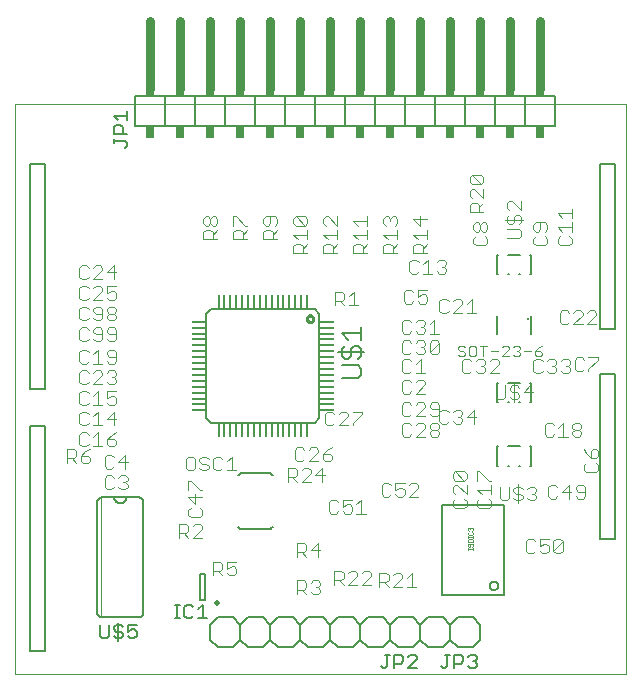
<source format=gto>
G75*
%MOIN*%
%OFA0B0*%
%FSLAX24Y24*%
%IPPOS*%
%LPD*%
%AMOC8*
5,1,8,0,0,1.08239X$1,22.5*
%
%ADD10C,0.0000*%
%ADD11C,0.0080*%
%ADD12C,0.0100*%
%ADD13C,0.0060*%
%ADD14R,0.0079X0.0472*%
%ADD15R,0.0472X0.0079*%
%ADD16C,0.0300*%
%ADD17C,0.0050*%
%ADD18R,0.0300X0.0200*%
%ADD19R,0.0300X0.0400*%
%ADD20C,0.0040*%
%ADD21C,0.0079*%
%ADD22C,0.0010*%
%ADD23C,0.0020*%
%ADD24C,0.0197*%
D10*
X000180Y000180D02*
X000180Y019176D01*
X020550Y019176D01*
X020550Y000180D01*
X000180Y000180D01*
D11*
X007589Y005064D02*
X007604Y005062D01*
X007619Y005058D01*
X007633Y005051D01*
X007645Y005041D01*
X007655Y005029D01*
X007662Y005015D01*
X007666Y005000D01*
X007668Y004985D01*
X008692Y004985D01*
X008694Y005000D01*
X008698Y005015D01*
X008705Y005029D01*
X008715Y005041D01*
X008727Y005051D01*
X008741Y005058D01*
X008756Y005062D01*
X008771Y005064D01*
X008771Y006796D02*
X008756Y006798D01*
X008741Y006802D01*
X008727Y006809D01*
X008715Y006819D01*
X008705Y006831D01*
X008698Y006845D01*
X008694Y006860D01*
X008692Y006875D01*
X007668Y006875D01*
X007666Y006860D01*
X007662Y006845D01*
X007655Y006831D01*
X007645Y006819D01*
X007633Y006809D01*
X007619Y006802D01*
X007604Y006798D01*
X007589Y006796D01*
X006698Y008540D02*
X006540Y008698D01*
X006540Y012162D01*
X006698Y012320D01*
X010162Y012320D01*
X010320Y012162D01*
X010320Y008698D01*
X010162Y008540D01*
X006698Y008540D01*
X014406Y005801D02*
X014406Y002809D01*
X014416Y002809D02*
X016454Y002809D01*
X016454Y005801D01*
X014406Y005801D01*
X015989Y003105D02*
X015991Y003128D01*
X015997Y003151D01*
X016006Y003172D01*
X016019Y003192D01*
X016035Y003209D01*
X016053Y003223D01*
X016073Y003234D01*
X016095Y003242D01*
X016118Y003246D01*
X016142Y003246D01*
X016165Y003242D01*
X016187Y003234D01*
X016207Y003223D01*
X016225Y003209D01*
X016241Y003192D01*
X016254Y003172D01*
X016263Y003151D01*
X016269Y003128D01*
X016271Y003105D01*
X016269Y003082D01*
X016263Y003059D01*
X016254Y003038D01*
X016241Y003018D01*
X016225Y003001D01*
X016207Y002987D01*
X016187Y002976D01*
X016165Y002968D01*
X016142Y002964D01*
X016118Y002964D01*
X016095Y002968D01*
X016073Y002976D01*
X016053Y002987D01*
X016035Y003001D01*
X016019Y003018D01*
X016006Y003038D01*
X015997Y003059D01*
X015991Y003082D01*
X015989Y003105D01*
D12*
X009894Y012005D02*
X009896Y012025D01*
X009901Y012045D01*
X009911Y012063D01*
X009923Y012080D01*
X009938Y012094D01*
X009956Y012104D01*
X009975Y012112D01*
X009995Y012116D01*
X010015Y012116D01*
X010035Y012112D01*
X010054Y012104D01*
X010072Y012094D01*
X010087Y012080D01*
X010099Y012063D01*
X010109Y012045D01*
X010114Y012025D01*
X010116Y012005D01*
X010114Y011985D01*
X010109Y011965D01*
X010099Y011947D01*
X010087Y011930D01*
X010072Y011916D01*
X010054Y011906D01*
X010035Y011898D01*
X010015Y011894D01*
X009995Y011894D01*
X009975Y011898D01*
X009956Y011906D01*
X009938Y011916D01*
X009923Y011930D01*
X009911Y011947D01*
X009901Y011965D01*
X009896Y011985D01*
X009894Y012005D01*
D13*
X010953Y010884D02*
X011807Y010884D01*
X011700Y010778D02*
X011700Y010991D01*
X011593Y011098D01*
X011486Y011098D01*
X011380Y010991D01*
X011380Y010778D01*
X011273Y010671D01*
X011166Y010671D01*
X011059Y010778D01*
X011059Y010991D01*
X011166Y011098D01*
X011273Y011315D02*
X011059Y011529D01*
X011700Y011529D01*
X011700Y011742D02*
X011700Y011315D01*
X011700Y010778D02*
X011593Y010671D01*
X011593Y010453D02*
X011059Y010453D01*
X011059Y010026D02*
X011593Y010026D01*
X011700Y010133D01*
X011700Y010347D01*
X011593Y010453D01*
X016245Y009874D02*
X016245Y009236D01*
X016282Y009236D01*
X016599Y009236D02*
X016636Y009236D01*
X016974Y009236D02*
X017011Y009236D01*
X017328Y009236D02*
X017365Y009236D01*
X017365Y009874D01*
X017328Y009874D01*
X017011Y009874D02*
X016599Y009874D01*
X016282Y009874D02*
X016245Y009874D01*
X016245Y011498D02*
X016245Y012112D01*
X017365Y012112D02*
X017365Y011498D01*
X017365Y013486D02*
X017328Y013486D01*
X017365Y013486D02*
X017365Y014124D01*
X017328Y014124D01*
X017011Y014124D02*
X016599Y014124D01*
X016282Y014124D02*
X016245Y014124D01*
X016245Y013486D01*
X016282Y013486D01*
X016599Y013486D02*
X016636Y013486D01*
X016974Y013486D02*
X017011Y013486D01*
X017180Y018430D02*
X016180Y018430D01*
X016180Y019430D01*
X017180Y019430D01*
X018180Y019430D01*
X018180Y018430D01*
X017180Y018430D01*
X017180Y019430D01*
X016180Y019430D02*
X015180Y019430D01*
X014180Y019430D01*
X013180Y019430D01*
X012180Y019430D01*
X011180Y019430D01*
X010180Y019430D01*
X009180Y019430D01*
X008180Y019430D01*
X007180Y019430D01*
X006180Y019430D01*
X005180Y019430D01*
X004180Y019430D01*
X004180Y018430D01*
X005180Y018430D01*
X006180Y018430D01*
X007180Y018430D01*
X008180Y018430D01*
X009180Y018430D01*
X010180Y018430D01*
X011180Y018430D01*
X012180Y018430D01*
X013180Y018430D01*
X014180Y018430D01*
X015180Y018430D01*
X016180Y018430D01*
X015180Y018430D02*
X015180Y019430D01*
X014180Y019430D02*
X014180Y018430D01*
X013180Y018430D02*
X013180Y019430D01*
X012180Y019430D02*
X012180Y018430D01*
X011180Y018430D02*
X011180Y019430D01*
X010180Y019430D02*
X010180Y018430D01*
X009180Y018430D02*
X009180Y019430D01*
X008180Y019430D02*
X008180Y018430D01*
X007180Y018430D02*
X007180Y019430D01*
X006180Y019430D02*
X006180Y018430D01*
X005180Y018430D02*
X005180Y019430D01*
X016245Y007749D02*
X016282Y007749D01*
X016245Y007749D02*
X016245Y007111D01*
X016282Y007111D01*
X016599Y007111D02*
X016636Y007111D01*
X016974Y007111D02*
X017011Y007111D01*
X017328Y007111D02*
X017365Y007111D01*
X017365Y007749D01*
X017328Y007749D01*
X017011Y007749D02*
X016599Y007749D01*
X015430Y002055D02*
X014930Y002055D01*
X014680Y001805D01*
X014430Y002055D01*
X013930Y002055D01*
X013680Y001805D01*
X013680Y001305D01*
X013930Y001055D01*
X014430Y001055D01*
X014680Y001305D01*
X014680Y001805D01*
X014680Y001305D02*
X014930Y001055D01*
X015430Y001055D01*
X015680Y001305D01*
X015680Y001805D01*
X015430Y002055D01*
X013680Y001805D02*
X013680Y001305D01*
X013430Y001055D01*
X012930Y001055D01*
X012680Y001305D01*
X012430Y001055D01*
X011930Y001055D01*
X011680Y001305D01*
X011680Y001805D01*
X011930Y002055D01*
X012430Y002055D01*
X012680Y001805D01*
X012930Y002055D01*
X013430Y002055D01*
X013680Y001805D01*
X012680Y001805D02*
X012680Y001305D01*
X011680Y001305D02*
X011430Y001055D01*
X010930Y001055D01*
X010680Y001305D01*
X010430Y001055D01*
X009930Y001055D01*
X009680Y001305D01*
X009430Y001055D01*
X008930Y001055D01*
X008680Y001305D01*
X008680Y001805D01*
X008930Y002055D01*
X009430Y002055D01*
X009680Y001805D01*
X009930Y002055D01*
X010430Y002055D01*
X010680Y001805D01*
X010930Y002055D01*
X011430Y002055D01*
X011680Y001805D01*
X010680Y001805D02*
X010680Y001305D01*
X009680Y001305D02*
X009680Y001805D01*
X008680Y001805D02*
X008430Y002055D01*
X007930Y002055D01*
X007680Y001805D01*
X007430Y002055D01*
X006930Y002055D01*
X006680Y001805D01*
X006680Y001305D01*
X006930Y001055D01*
X007430Y001055D01*
X007680Y001305D01*
X007680Y001805D01*
X007680Y001305D02*
X007930Y001055D01*
X008430Y001055D01*
X008680Y001305D01*
X004450Y002205D02*
X004450Y005905D01*
X004448Y005928D01*
X004443Y005951D01*
X004434Y005973D01*
X004421Y005993D01*
X004406Y006011D01*
X004388Y006026D01*
X004368Y006039D01*
X004346Y006048D01*
X004323Y006053D01*
X004300Y006055D01*
X003880Y006055D01*
X003480Y006055D01*
X003060Y006055D01*
X003037Y006053D01*
X003014Y006048D01*
X002992Y006039D01*
X002972Y006026D01*
X002954Y006011D01*
X002939Y005993D01*
X002926Y005973D01*
X002917Y005951D01*
X002912Y005928D01*
X002910Y005905D01*
X002910Y002205D01*
X002912Y002182D01*
X002917Y002159D01*
X002926Y002137D01*
X002939Y002117D01*
X002954Y002099D01*
X002972Y002084D01*
X002992Y002071D01*
X003014Y002062D01*
X003037Y002057D01*
X003060Y002055D01*
X004300Y002055D01*
X004323Y002057D01*
X004346Y002062D01*
X004368Y002071D01*
X004388Y002084D01*
X004406Y002099D01*
X004421Y002117D01*
X004434Y002137D01*
X004443Y002159D01*
X004448Y002182D01*
X004450Y002205D01*
X003880Y006055D02*
X003878Y006028D01*
X003873Y006001D01*
X003863Y005975D01*
X003851Y005951D01*
X003835Y005929D01*
X003817Y005909D01*
X003795Y005892D01*
X003772Y005877D01*
X003747Y005867D01*
X003721Y005859D01*
X003694Y005855D01*
X003666Y005855D01*
X003639Y005859D01*
X003613Y005867D01*
X003588Y005877D01*
X003565Y005892D01*
X003543Y005909D01*
X003525Y005929D01*
X003509Y005951D01*
X003497Y005975D01*
X003487Y006001D01*
X003482Y006028D01*
X003480Y006055D01*
D14*
X006954Y008304D03*
X007150Y008304D03*
X007347Y008304D03*
X007544Y008304D03*
X007741Y008304D03*
X007938Y008304D03*
X008135Y008304D03*
X008332Y008304D03*
X008528Y008304D03*
X008725Y008304D03*
X008922Y008304D03*
X009119Y008304D03*
X009316Y008304D03*
X009513Y008304D03*
X009710Y008304D03*
X009906Y008304D03*
X009906Y012556D03*
X009710Y012556D03*
X009513Y012556D03*
X009316Y012556D03*
X009119Y012556D03*
X008922Y012556D03*
X008725Y012556D03*
X008528Y012556D03*
X008332Y012556D03*
X008135Y012556D03*
X007938Y012556D03*
X007741Y012556D03*
X007544Y012556D03*
X007347Y012556D03*
X007150Y012556D03*
X006954Y012556D03*
D15*
X006304Y011906D03*
X006304Y011710D03*
X006304Y011513D03*
X006304Y011316D03*
X006304Y011119D03*
X006304Y010922D03*
X006304Y010725D03*
X006304Y010528D03*
X006304Y010332D03*
X006304Y010135D03*
X006304Y009938D03*
X006304Y009741D03*
X006304Y009544D03*
X006304Y009347D03*
X006304Y009150D03*
X006304Y008954D03*
X010556Y008954D03*
X010556Y009150D03*
X010556Y009347D03*
X010556Y009544D03*
X010556Y009741D03*
X010556Y009938D03*
X010556Y010135D03*
X010556Y010332D03*
X010556Y010528D03*
X010556Y010725D03*
X010556Y010922D03*
X010556Y011119D03*
X010556Y011316D03*
X010556Y011513D03*
X010556Y011710D03*
X010556Y011906D03*
D16*
X010680Y019680D02*
X010680Y021930D01*
X011680Y021930D02*
X011680Y019680D01*
X012680Y019680D02*
X012680Y021930D01*
X013680Y021930D02*
X013680Y019680D01*
X014680Y019680D02*
X014680Y021930D01*
X015680Y021930D02*
X015680Y019680D01*
X016680Y019680D02*
X016680Y021930D01*
X017680Y021930D02*
X017680Y019680D01*
X009680Y019680D02*
X009680Y021930D01*
X008680Y021930D02*
X008680Y019680D01*
X007680Y019680D02*
X007680Y021930D01*
X006680Y021930D02*
X006680Y019680D01*
X005680Y019680D02*
X005680Y021930D01*
X004680Y021930D02*
X004680Y019680D01*
D17*
X003905Y018926D02*
X003905Y018626D01*
X003905Y018776D02*
X003455Y018776D01*
X003605Y018626D01*
X003680Y018466D02*
X003755Y018391D01*
X003755Y018165D01*
X003905Y018165D02*
X003455Y018165D01*
X003455Y018391D01*
X003530Y018466D01*
X003680Y018466D01*
X003455Y018005D02*
X003455Y017855D01*
X003455Y017930D02*
X003830Y017930D01*
X003905Y017855D01*
X003905Y017780D01*
X003830Y017705D01*
X001180Y017180D02*
X001180Y009680D01*
X000680Y009680D01*
X000680Y017180D01*
X001180Y017180D01*
X001180Y008430D02*
X000680Y008430D01*
X000680Y000930D01*
X001180Y000930D01*
X001180Y008430D01*
X006351Y003488D02*
X006509Y003488D01*
X006509Y002622D01*
X006351Y002622D01*
X006351Y003488D01*
X006429Y002472D02*
X006429Y002022D01*
X006579Y002022D02*
X006278Y002022D01*
X006118Y002097D02*
X006043Y002022D01*
X005893Y002022D01*
X005818Y002097D01*
X005818Y002397D01*
X005893Y002472D01*
X006043Y002472D01*
X006118Y002397D01*
X006278Y002322D02*
X006429Y002472D01*
X005661Y002472D02*
X005511Y002472D01*
X005586Y002472D02*
X005586Y002022D01*
X005511Y002022D02*
X005661Y002022D01*
X004226Y001805D02*
X003926Y001805D01*
X003926Y001580D01*
X004076Y001655D01*
X004151Y001655D01*
X004226Y001580D01*
X004226Y001430D01*
X004151Y001355D01*
X004001Y001355D01*
X003926Y001430D01*
X003766Y001430D02*
X003766Y001505D01*
X003691Y001580D01*
X003540Y001580D01*
X003465Y001655D01*
X003465Y001730D01*
X003540Y001805D01*
X003691Y001805D01*
X003766Y001730D01*
X003616Y001880D02*
X003616Y001280D01*
X003540Y001355D02*
X003691Y001355D01*
X003766Y001430D01*
X003540Y001355D02*
X003465Y001430D01*
X003305Y001430D02*
X003305Y001805D01*
X003005Y001805D02*
X003005Y001430D01*
X003080Y001355D01*
X003230Y001355D01*
X003305Y001430D01*
X012354Y000435D02*
X012429Y000360D01*
X012504Y000360D01*
X012579Y000435D01*
X012579Y000810D01*
X012504Y000810D02*
X012654Y000810D01*
X012814Y000810D02*
X013039Y000810D01*
X013114Y000735D01*
X013114Y000585D01*
X013039Y000510D01*
X012814Y000510D01*
X012814Y000360D02*
X012814Y000810D01*
X013275Y000735D02*
X013350Y000810D01*
X013500Y000810D01*
X013575Y000735D01*
X013575Y000660D01*
X013275Y000360D01*
X013575Y000360D01*
X014354Y000435D02*
X014429Y000360D01*
X014504Y000360D01*
X014579Y000435D01*
X014579Y000810D01*
X014504Y000810D02*
X014654Y000810D01*
X014814Y000810D02*
X015039Y000810D01*
X015114Y000735D01*
X015114Y000585D01*
X015039Y000510D01*
X014814Y000510D01*
X014814Y000360D02*
X014814Y000810D01*
X015275Y000735D02*
X015350Y000810D01*
X015500Y000810D01*
X015575Y000735D01*
X015575Y000660D01*
X015500Y000585D01*
X015575Y000510D01*
X015575Y000435D01*
X015500Y000360D01*
X015350Y000360D01*
X015275Y000435D01*
X015425Y000585D02*
X015500Y000585D01*
X014416Y002799D02*
X014416Y002809D01*
X019680Y004680D02*
X019680Y010180D01*
X020180Y010180D01*
X020180Y004680D01*
X019680Y004680D01*
X019680Y011680D02*
X019680Y017180D01*
X020180Y017180D01*
X020180Y011680D01*
X019680Y011680D01*
D18*
X017680Y019530D03*
X016680Y019530D03*
X015680Y019530D03*
X014680Y019530D03*
X013680Y019530D03*
X012680Y019530D03*
X011680Y019530D03*
X010680Y019530D03*
X009680Y019530D03*
X008680Y019530D03*
X007680Y019530D03*
X006680Y019530D03*
X005680Y019530D03*
X004680Y019530D03*
D19*
X004680Y018230D03*
X005680Y018230D03*
X006680Y018230D03*
X007680Y018230D03*
X008680Y018230D03*
X009680Y018230D03*
X010680Y018230D03*
X011680Y018230D03*
X012680Y018230D03*
X013680Y018230D03*
X014680Y018230D03*
X015680Y018230D03*
X016680Y018230D03*
X017680Y018230D03*
D20*
X015785Y016726D02*
X015785Y016573D01*
X015708Y016496D01*
X015401Y016803D01*
X015708Y016803D01*
X015785Y016726D01*
X015708Y016496D02*
X015401Y016496D01*
X015325Y016573D01*
X015325Y016726D01*
X015401Y016803D01*
X015401Y016342D02*
X015325Y016266D01*
X015325Y016112D01*
X015401Y016035D01*
X015401Y015882D02*
X015555Y015882D01*
X015632Y015805D01*
X015632Y015575D01*
X015785Y015575D02*
X015325Y015575D01*
X015325Y015805D01*
X015401Y015882D01*
X015632Y015728D02*
X015785Y015882D01*
X015785Y016035D02*
X015478Y016342D01*
X015401Y016342D01*
X015785Y016342D02*
X015785Y016035D01*
X016575Y015851D02*
X016575Y015698D01*
X016651Y015621D01*
X016651Y015467D02*
X016575Y015391D01*
X016575Y015237D01*
X016651Y015160D01*
X016728Y015160D01*
X016805Y015237D01*
X016805Y015391D01*
X016882Y015467D01*
X016958Y015467D01*
X017035Y015391D01*
X017035Y015237D01*
X016958Y015160D01*
X016958Y015007D02*
X016575Y015007D01*
X016575Y014700D02*
X016958Y014700D01*
X017035Y014777D01*
X017035Y014930D01*
X016958Y015007D01*
X017112Y015314D02*
X016498Y015314D01*
X016575Y015851D02*
X016651Y015928D01*
X016728Y015928D01*
X017035Y015621D01*
X017035Y015928D01*
X017526Y015217D02*
X017450Y015141D01*
X017450Y014987D01*
X017526Y014910D01*
X017603Y014910D01*
X017680Y014987D01*
X017680Y015217D01*
X017833Y015217D02*
X017526Y015217D01*
X017833Y015217D02*
X017910Y015141D01*
X017910Y014987D01*
X017833Y014910D01*
X017833Y014757D02*
X017910Y014680D01*
X017910Y014527D01*
X017833Y014450D01*
X017526Y014450D01*
X017450Y014527D01*
X017450Y014680D01*
X017526Y014757D01*
X018262Y014680D02*
X018262Y014527D01*
X018339Y014450D01*
X018646Y014450D01*
X018723Y014527D01*
X018723Y014680D01*
X018646Y014757D01*
X018723Y014910D02*
X018723Y015217D01*
X018723Y015064D02*
X018262Y015064D01*
X018416Y014910D01*
X018339Y014757D02*
X018262Y014680D01*
X018416Y015371D02*
X018262Y015524D01*
X018723Y015524D01*
X018723Y015371D02*
X018723Y015678D01*
X015910Y015141D02*
X015910Y014987D01*
X015833Y014910D01*
X015757Y014910D01*
X015680Y014987D01*
X015680Y015141D01*
X015757Y015217D01*
X015833Y015217D01*
X015910Y015141D01*
X015680Y015141D02*
X015603Y015217D01*
X015526Y015217D01*
X015450Y015141D01*
X015450Y014987D01*
X015526Y014910D01*
X015603Y014910D01*
X015680Y014987D01*
X015833Y014757D02*
X015910Y014680D01*
X015910Y014527D01*
X015833Y014450D01*
X015526Y014450D01*
X015450Y014527D01*
X015450Y014680D01*
X015526Y014757D01*
X014547Y013896D02*
X014547Y013819D01*
X014470Y013743D01*
X014547Y013666D01*
X014547Y013589D01*
X014470Y013513D01*
X014316Y013513D01*
X014240Y013589D01*
X014086Y013513D02*
X013779Y013513D01*
X013933Y013513D02*
X013933Y013973D01*
X013779Y013819D01*
X013626Y013896D02*
X013549Y013973D01*
X013396Y013973D01*
X013319Y013896D01*
X013319Y013589D01*
X013396Y013513D01*
X013549Y013513D01*
X013626Y013589D01*
X013757Y014194D02*
X013757Y014424D01*
X013680Y014501D01*
X013526Y014501D01*
X013450Y014424D01*
X013450Y014194D01*
X013910Y014194D01*
X013757Y014347D02*
X013910Y014501D01*
X013910Y014654D02*
X013910Y014961D01*
X013910Y014808D02*
X013450Y014808D01*
X013603Y014654D01*
X013680Y015115D02*
X013680Y015422D01*
X013910Y015345D02*
X013450Y015345D01*
X013680Y015115D01*
X012910Y015191D02*
X012833Y015115D01*
X012910Y015191D02*
X012910Y015345D01*
X012833Y015422D01*
X012757Y015422D01*
X012680Y015345D01*
X012680Y015268D01*
X012680Y015345D02*
X012603Y015422D01*
X012526Y015422D01*
X012450Y015345D01*
X012450Y015191D01*
X012526Y015115D01*
X012910Y014961D02*
X012910Y014654D01*
X012910Y014501D02*
X012757Y014347D01*
X012757Y014424D02*
X012680Y014501D01*
X012526Y014501D01*
X012450Y014424D01*
X012450Y014194D01*
X012910Y014194D01*
X012757Y014194D02*
X012757Y014424D01*
X012603Y014654D02*
X012450Y014808D01*
X012910Y014808D01*
X011910Y014808D02*
X011450Y014808D01*
X011603Y014654D01*
X011526Y014501D02*
X011450Y014424D01*
X011450Y014194D01*
X011910Y014194D01*
X011757Y014194D02*
X011757Y014424D01*
X011680Y014501D01*
X011526Y014501D01*
X011757Y014347D02*
X011910Y014501D01*
X011910Y014654D02*
X011910Y014961D01*
X011910Y015115D02*
X011910Y015422D01*
X011910Y015268D02*
X011450Y015268D01*
X011603Y015115D01*
X010910Y015115D02*
X010603Y015422D01*
X010526Y015422D01*
X010450Y015345D01*
X010450Y015191D01*
X010526Y015115D01*
X010450Y014808D02*
X010910Y014808D01*
X010910Y014961D02*
X010910Y014654D01*
X010910Y014501D02*
X010757Y014347D01*
X010757Y014424D02*
X010757Y014194D01*
X010910Y014194D02*
X010450Y014194D01*
X010450Y014424D01*
X010526Y014501D01*
X010680Y014501D01*
X010757Y014424D01*
X010603Y014654D02*
X010450Y014808D01*
X010910Y015115D02*
X010910Y015422D01*
X009910Y015345D02*
X009910Y015191D01*
X009833Y015115D01*
X009526Y015422D01*
X009833Y015422D01*
X009910Y015345D01*
X009833Y015115D02*
X009526Y015115D01*
X009450Y015191D01*
X009450Y015345D01*
X009526Y015422D01*
X009910Y014961D02*
X009910Y014654D01*
X009910Y014501D02*
X009757Y014347D01*
X009757Y014424D02*
X009757Y014194D01*
X009910Y014194D02*
X009450Y014194D01*
X009450Y014424D01*
X009526Y014501D01*
X009680Y014501D01*
X009757Y014424D01*
X009603Y014654D02*
X009450Y014808D01*
X009910Y014808D01*
X008910Y014961D02*
X008757Y014808D01*
X008757Y014884D02*
X008757Y014654D01*
X008910Y014654D02*
X008450Y014654D01*
X008450Y014884D01*
X008526Y014961D01*
X008680Y014961D01*
X008757Y014884D01*
X008833Y015115D02*
X008910Y015191D01*
X008910Y015345D01*
X008833Y015422D01*
X008526Y015422D01*
X008450Y015345D01*
X008450Y015191D01*
X008526Y015115D01*
X008603Y015115D01*
X008680Y015191D01*
X008680Y015422D01*
X007910Y015115D02*
X007833Y015115D01*
X007526Y015422D01*
X007450Y015422D01*
X007450Y015115D01*
X007526Y014961D02*
X007450Y014884D01*
X007450Y014654D01*
X007910Y014654D01*
X007757Y014654D02*
X007757Y014884D01*
X007680Y014961D01*
X007526Y014961D01*
X007757Y014808D02*
X007910Y014961D01*
X006910Y014961D02*
X006757Y014808D01*
X006757Y014884D02*
X006757Y014654D01*
X006910Y014654D02*
X006450Y014654D01*
X006450Y014884D01*
X006526Y014961D01*
X006680Y014961D01*
X006757Y014884D01*
X006757Y015115D02*
X006680Y015191D01*
X006680Y015345D01*
X006757Y015422D01*
X006833Y015422D01*
X006910Y015345D01*
X006910Y015191D01*
X006833Y015115D01*
X006757Y015115D01*
X006680Y015191D02*
X006603Y015115D01*
X006526Y015115D01*
X006450Y015191D01*
X006450Y015345D01*
X006526Y015422D01*
X006603Y015422D01*
X006680Y015345D01*
X003547Y013555D02*
X003240Y013555D01*
X003470Y013785D01*
X003470Y013325D01*
X003547Y013098D02*
X003240Y013098D01*
X003240Y012868D01*
X003393Y012944D01*
X003470Y012944D01*
X003547Y012868D01*
X003547Y012714D01*
X003470Y012638D01*
X003316Y012638D01*
X003240Y012714D01*
X003086Y012638D02*
X002779Y012638D01*
X003086Y012944D01*
X003086Y013021D01*
X003009Y013098D01*
X002856Y013098D01*
X002779Y013021D01*
X002626Y013021D02*
X002549Y013098D01*
X002396Y013098D01*
X002319Y013021D01*
X002319Y012714D01*
X002396Y012638D01*
X002549Y012638D01*
X002626Y012714D01*
X002549Y012410D02*
X002396Y012410D01*
X002319Y012334D01*
X002319Y012027D01*
X002396Y011950D01*
X002549Y011950D01*
X002626Y012027D01*
X002779Y012027D02*
X002856Y011950D01*
X003009Y011950D01*
X003086Y012027D01*
X003086Y012334D01*
X003009Y012410D01*
X002856Y012410D01*
X002779Y012334D01*
X002779Y012257D01*
X002856Y012180D01*
X003086Y012180D01*
X003240Y012103D02*
X003316Y012180D01*
X003470Y012180D01*
X003547Y012103D01*
X003547Y012027D01*
X003470Y011950D01*
X003316Y011950D01*
X003240Y012027D01*
X003240Y012103D01*
X003316Y012180D02*
X003240Y012257D01*
X003240Y012334D01*
X003316Y012410D01*
X003470Y012410D01*
X003547Y012334D01*
X003547Y012257D01*
X003470Y012180D01*
X003470Y011723D02*
X003316Y011723D01*
X003240Y011646D01*
X003240Y011569D01*
X003316Y011493D01*
X003547Y011493D01*
X003547Y011646D02*
X003547Y011339D01*
X003470Y011263D01*
X003316Y011263D01*
X003240Y011339D01*
X003086Y011339D02*
X003009Y011263D01*
X002856Y011263D01*
X002779Y011339D01*
X002626Y011339D02*
X002549Y011263D01*
X002396Y011263D01*
X002319Y011339D01*
X002319Y011646D01*
X002396Y011723D01*
X002549Y011723D01*
X002626Y011646D01*
X002779Y011646D02*
X002779Y011569D01*
X002856Y011493D01*
X003086Y011493D01*
X003086Y011646D02*
X003086Y011339D01*
X003086Y011646D02*
X003009Y011723D01*
X002856Y011723D01*
X002779Y011646D01*
X002933Y010973D02*
X002933Y010513D01*
X003086Y010513D02*
X002779Y010513D01*
X002626Y010589D02*
X002549Y010513D01*
X002396Y010513D01*
X002319Y010589D01*
X002319Y010896D01*
X002396Y010973D01*
X002549Y010973D01*
X002626Y010896D01*
X002779Y010819D02*
X002933Y010973D01*
X003240Y010896D02*
X003240Y010819D01*
X003316Y010743D01*
X003547Y010743D01*
X003547Y010896D02*
X003470Y010973D01*
X003316Y010973D01*
X003240Y010896D01*
X003547Y010896D02*
X003547Y010589D01*
X003470Y010513D01*
X003316Y010513D01*
X003240Y010589D01*
X003316Y010285D02*
X003470Y010285D01*
X003547Y010209D01*
X003547Y010132D01*
X003470Y010055D01*
X003547Y009978D01*
X003547Y009902D01*
X003470Y009825D01*
X003316Y009825D01*
X003240Y009902D01*
X003086Y009825D02*
X002779Y009825D01*
X003086Y010132D01*
X003086Y010209D01*
X003009Y010285D01*
X002856Y010285D01*
X002779Y010209D01*
X002626Y010209D02*
X002549Y010285D01*
X002396Y010285D01*
X002319Y010209D01*
X002319Y009902D01*
X002396Y009825D01*
X002549Y009825D01*
X002626Y009902D01*
X002549Y009598D02*
X002396Y009598D01*
X002319Y009521D01*
X002319Y009214D01*
X002396Y009138D01*
X002549Y009138D01*
X002626Y009214D01*
X002779Y009138D02*
X003086Y009138D01*
X002933Y009138D02*
X002933Y009598D01*
X002779Y009444D01*
X002626Y009521D02*
X002549Y009598D01*
X002549Y008910D02*
X002396Y008910D01*
X002319Y008834D01*
X002319Y008527D01*
X002396Y008450D01*
X002549Y008450D01*
X002626Y008527D01*
X002779Y008450D02*
X003086Y008450D01*
X002933Y008450D02*
X002933Y008910D01*
X002779Y008757D01*
X002626Y008834D02*
X002549Y008910D01*
X002549Y008223D02*
X002396Y008223D01*
X002319Y008146D01*
X002319Y007839D01*
X002396Y007763D01*
X002549Y007763D01*
X002626Y007839D01*
X002779Y007763D02*
X003086Y007763D01*
X002933Y007763D02*
X002933Y008223D01*
X002779Y008069D01*
X002626Y008146D02*
X002549Y008223D01*
X002672Y007660D02*
X002518Y007584D01*
X002365Y007430D01*
X002595Y007430D01*
X002672Y007353D01*
X002672Y007277D01*
X002595Y007200D01*
X002441Y007200D01*
X002365Y007277D01*
X002365Y007430D01*
X002211Y007430D02*
X002211Y007584D01*
X002134Y007660D01*
X001904Y007660D01*
X001904Y007200D01*
X001904Y007353D02*
X002134Y007353D01*
X002211Y007430D01*
X002058Y007353D02*
X002211Y007200D01*
X003154Y007089D02*
X003231Y007013D01*
X003384Y007013D01*
X003461Y007089D01*
X003615Y007243D02*
X003922Y007243D01*
X003845Y007013D02*
X003845Y007473D01*
X003615Y007243D01*
X003461Y007396D02*
X003384Y007473D01*
X003231Y007473D01*
X003154Y007396D01*
X003154Y007089D01*
X003231Y006785D02*
X003154Y006709D01*
X003154Y006402D01*
X003231Y006325D01*
X003384Y006325D01*
X003461Y006402D01*
X003615Y006402D02*
X003691Y006325D01*
X003845Y006325D01*
X003922Y006402D01*
X003922Y006478D01*
X003845Y006555D01*
X003768Y006555D01*
X003845Y006555D02*
X003922Y006632D01*
X003922Y006709D01*
X003845Y006785D01*
X003691Y006785D01*
X003615Y006709D01*
X003461Y006709D02*
X003384Y006785D01*
X003231Y006785D01*
X003316Y007763D02*
X003470Y007763D01*
X003547Y007839D01*
X003547Y007916D01*
X003470Y007993D01*
X003240Y007993D01*
X003240Y007839D01*
X003316Y007763D01*
X003240Y007993D02*
X003393Y008146D01*
X003547Y008223D01*
X003470Y008450D02*
X003470Y008910D01*
X003240Y008680D01*
X003547Y008680D01*
X003470Y009138D02*
X003316Y009138D01*
X003240Y009214D01*
X003240Y009368D02*
X003393Y009444D01*
X003470Y009444D01*
X003547Y009368D01*
X003547Y009214D01*
X003470Y009138D01*
X003240Y009368D02*
X003240Y009598D01*
X003547Y009598D01*
X003470Y010055D02*
X003393Y010055D01*
X003240Y010209D02*
X003316Y010285D01*
X003547Y011646D02*
X003470Y011723D01*
X002626Y012334D02*
X002549Y012410D01*
X002549Y013325D02*
X002396Y013325D01*
X002319Y013402D01*
X002319Y013709D01*
X002396Y013785D01*
X002549Y013785D01*
X002626Y013709D01*
X002779Y013709D02*
X002856Y013785D01*
X003009Y013785D01*
X003086Y013709D01*
X003086Y013632D01*
X002779Y013325D01*
X003086Y013325D01*
X002626Y013402D02*
X002549Y013325D01*
X005935Y007410D02*
X005858Y007334D01*
X005858Y007027D01*
X005935Y006950D01*
X006089Y006950D01*
X006165Y007027D01*
X006165Y007334D01*
X006089Y007410D01*
X005935Y007410D01*
X006319Y007334D02*
X006319Y007257D01*
X006396Y007180D01*
X006549Y007180D01*
X006626Y007103D01*
X006626Y007027D01*
X006549Y006950D01*
X006396Y006950D01*
X006319Y007027D01*
X006319Y007334D02*
X006396Y007410D01*
X006549Y007410D01*
X006626Y007334D01*
X006779Y007334D02*
X006779Y007027D01*
X006856Y006950D01*
X007009Y006950D01*
X007086Y007027D01*
X007240Y006950D02*
X007547Y006950D01*
X007393Y006950D02*
X007393Y007410D01*
X007240Y007257D01*
X007086Y007334D02*
X007009Y007410D01*
X006856Y007410D01*
X006779Y007334D01*
X006026Y006615D02*
X006333Y006308D01*
X006410Y006308D01*
X006410Y006078D02*
X005950Y006078D01*
X006180Y005848D01*
X006180Y006155D01*
X005950Y006308D02*
X005950Y006615D01*
X006026Y006615D01*
X006026Y005694D02*
X005950Y005618D01*
X005950Y005464D01*
X006026Y005388D01*
X006333Y005388D01*
X006410Y005464D01*
X006410Y005618D01*
X006333Y005694D01*
X006328Y005160D02*
X006175Y005160D01*
X006098Y005084D01*
X005944Y005084D02*
X005868Y005160D01*
X005638Y005160D01*
X005638Y004700D01*
X005638Y004853D02*
X005868Y004853D01*
X005944Y004930D01*
X005944Y005084D01*
X005791Y004853D02*
X005944Y004700D01*
X006098Y004700D02*
X006405Y005007D01*
X006405Y005084D01*
X006328Y005160D01*
X006405Y004700D02*
X006098Y004700D01*
X006779Y003910D02*
X007009Y003910D01*
X007086Y003834D01*
X007086Y003680D01*
X007009Y003603D01*
X006779Y003603D01*
X006779Y003450D02*
X006779Y003910D01*
X006933Y003603D02*
X007086Y003450D01*
X007240Y003527D02*
X007316Y003450D01*
X007470Y003450D01*
X007547Y003527D01*
X007547Y003680D01*
X007470Y003757D01*
X007393Y003757D01*
X007240Y003680D01*
X007240Y003910D01*
X007547Y003910D01*
X009575Y004075D02*
X009575Y004535D01*
X009805Y004535D01*
X009882Y004459D01*
X009882Y004305D01*
X009805Y004228D01*
X009575Y004228D01*
X009728Y004228D02*
X009882Y004075D01*
X010035Y004305D02*
X010342Y004305D01*
X010266Y004075D02*
X010266Y004535D01*
X010035Y004305D01*
X010819Y003598D02*
X011049Y003598D01*
X011126Y003521D01*
X011126Y003368D01*
X011049Y003291D01*
X010819Y003291D01*
X010972Y003291D02*
X011126Y003138D01*
X011279Y003138D02*
X011586Y003444D01*
X011586Y003521D01*
X011509Y003598D01*
X011356Y003598D01*
X011279Y003521D01*
X011279Y003138D02*
X011586Y003138D01*
X011740Y003138D02*
X012047Y003444D01*
X012047Y003521D01*
X011970Y003598D01*
X011816Y003598D01*
X011740Y003521D01*
X011740Y003138D02*
X012047Y003138D01*
X012319Y003075D02*
X012319Y003535D01*
X012549Y003535D01*
X012626Y003459D01*
X012626Y003305D01*
X012549Y003228D01*
X012319Y003228D01*
X012472Y003228D02*
X012626Y003075D01*
X012779Y003075D02*
X013086Y003382D01*
X013086Y003459D01*
X013009Y003535D01*
X012856Y003535D01*
X012779Y003459D01*
X012779Y003075D02*
X013086Y003075D01*
X013240Y003075D02*
X013547Y003075D01*
X013393Y003075D02*
X013393Y003535D01*
X013240Y003382D01*
X011859Y005513D02*
X011552Y005513D01*
X011706Y005513D02*
X011706Y005973D01*
X011552Y005819D01*
X011399Y005743D02*
X011399Y005589D01*
X011322Y005513D01*
X011168Y005513D01*
X011092Y005589D01*
X011092Y005743D02*
X011245Y005819D01*
X011322Y005819D01*
X011399Y005743D01*
X011399Y005973D02*
X011092Y005973D01*
X011092Y005743D01*
X010938Y005896D02*
X010862Y005973D01*
X010708Y005973D01*
X010631Y005896D01*
X010631Y005589D01*
X010708Y005513D01*
X010862Y005513D01*
X010938Y005589D01*
X010413Y006575D02*
X010413Y007035D01*
X010183Y006805D01*
X010490Y006805D01*
X010504Y007263D02*
X010657Y007263D01*
X010734Y007339D01*
X010734Y007416D01*
X010657Y007493D01*
X010427Y007493D01*
X010427Y007339D01*
X010504Y007263D01*
X010274Y007263D02*
X009967Y007263D01*
X010274Y007569D01*
X010274Y007646D01*
X010197Y007723D01*
X010043Y007723D01*
X009967Y007646D01*
X009813Y007646D02*
X009737Y007723D01*
X009583Y007723D01*
X009506Y007646D01*
X009506Y007339D01*
X009583Y007263D01*
X009737Y007263D01*
X009813Y007339D01*
X009800Y007035D02*
X009723Y006959D01*
X009800Y007035D02*
X009953Y007035D01*
X010030Y006959D01*
X010030Y006882D01*
X009723Y006575D01*
X010030Y006575D01*
X009569Y006575D02*
X009416Y006728D01*
X009493Y006728D02*
X009263Y006728D01*
X009263Y006575D02*
X009263Y007035D01*
X009493Y007035D01*
X009569Y006959D01*
X009569Y006805D01*
X009493Y006728D01*
X010427Y007493D02*
X010581Y007646D01*
X010734Y007723D01*
X010737Y008450D02*
X010583Y008450D01*
X010506Y008527D01*
X010506Y008834D01*
X010583Y008910D01*
X010737Y008910D01*
X010813Y008834D01*
X010967Y008834D02*
X011043Y008910D01*
X011197Y008910D01*
X011274Y008834D01*
X011274Y008757D01*
X010967Y008450D01*
X011274Y008450D01*
X011427Y008450D02*
X011427Y008527D01*
X011734Y008834D01*
X011734Y008910D01*
X011427Y008910D01*
X010813Y008527D02*
X010737Y008450D01*
X012464Y006535D02*
X012388Y006459D01*
X012388Y006152D01*
X012464Y006075D01*
X012618Y006075D01*
X012694Y006152D01*
X012848Y006152D02*
X012925Y006075D01*
X013078Y006075D01*
X013155Y006152D01*
X013155Y006305D01*
X013078Y006382D01*
X013001Y006382D01*
X012848Y006305D01*
X012848Y006535D01*
X013155Y006535D01*
X013308Y006459D02*
X013385Y006535D01*
X013538Y006535D01*
X013615Y006459D01*
X013615Y006382D01*
X013308Y006075D01*
X013615Y006075D01*
X012694Y006459D02*
X012618Y006535D01*
X012464Y006535D01*
X013152Y008075D02*
X013075Y008152D01*
X013075Y008459D01*
X013152Y008535D01*
X013305Y008535D01*
X013382Y008459D01*
X013535Y008459D02*
X013612Y008535D01*
X013766Y008535D01*
X013842Y008459D01*
X013842Y008382D01*
X013535Y008075D01*
X013842Y008075D01*
X013996Y008152D02*
X013996Y008228D01*
X014073Y008305D01*
X014226Y008305D01*
X014303Y008228D01*
X014303Y008152D01*
X014226Y008075D01*
X014073Y008075D01*
X013996Y008152D01*
X014073Y008305D02*
X013996Y008382D01*
X013996Y008459D01*
X014073Y008535D01*
X014226Y008535D01*
X014303Y008459D01*
X014303Y008382D01*
X014226Y008305D01*
X014396Y008513D02*
X014319Y008589D01*
X014319Y008896D01*
X014396Y008973D01*
X014549Y008973D01*
X014626Y008896D01*
X014779Y008896D02*
X014856Y008973D01*
X015009Y008973D01*
X015086Y008896D01*
X015086Y008819D01*
X015009Y008743D01*
X015086Y008666D01*
X015086Y008589D01*
X015009Y008513D01*
X014856Y008513D01*
X014779Y008589D01*
X014626Y008589D02*
X014549Y008513D01*
X014396Y008513D01*
X014226Y008763D02*
X014303Y008839D01*
X014303Y009146D01*
X014226Y009223D01*
X014073Y009223D01*
X013996Y009146D01*
X013996Y009069D01*
X014073Y008993D01*
X014303Y008993D01*
X014226Y008763D02*
X014073Y008763D01*
X013996Y008839D01*
X013842Y008763D02*
X013535Y008763D01*
X013842Y009069D01*
X013842Y009146D01*
X013766Y009223D01*
X013612Y009223D01*
X013535Y009146D01*
X013382Y009146D02*
X013305Y009223D01*
X013152Y009223D01*
X013075Y009146D01*
X013075Y008839D01*
X013152Y008763D01*
X013305Y008763D01*
X013382Y008839D01*
X013305Y009513D02*
X013382Y009589D01*
X013305Y009513D02*
X013152Y009513D01*
X013075Y009589D01*
X013075Y009896D01*
X013152Y009973D01*
X013305Y009973D01*
X013382Y009896D01*
X013535Y009896D02*
X013612Y009973D01*
X013766Y009973D01*
X013842Y009896D01*
X013842Y009819D01*
X013535Y009513D01*
X013842Y009513D01*
X013842Y010200D02*
X013535Y010200D01*
X013689Y010200D02*
X013689Y010660D01*
X013535Y010507D01*
X013382Y010584D02*
X013305Y010660D01*
X013152Y010660D01*
X013075Y010584D01*
X013075Y010277D01*
X013152Y010200D01*
X013305Y010200D01*
X013382Y010277D01*
X013305Y010825D02*
X013382Y010902D01*
X013305Y010825D02*
X013152Y010825D01*
X013075Y010902D01*
X013075Y011209D01*
X013152Y011285D01*
X013305Y011285D01*
X013382Y011209D01*
X013535Y011209D02*
X013612Y011285D01*
X013766Y011285D01*
X013842Y011209D01*
X013842Y011132D01*
X013766Y011055D01*
X013842Y010978D01*
X013842Y010902D01*
X013766Y010825D01*
X013612Y010825D01*
X013535Y010902D01*
X013689Y011055D02*
X013766Y011055D01*
X013996Y010902D02*
X014073Y010825D01*
X014226Y010825D01*
X014303Y010902D01*
X014303Y011209D01*
X013996Y010902D01*
X013996Y011209D01*
X014073Y011285D01*
X014226Y011285D01*
X014303Y011209D01*
X014303Y011513D02*
X013996Y011513D01*
X014149Y011513D02*
X014149Y011973D01*
X013996Y011819D01*
X013842Y011819D02*
X013766Y011743D01*
X013842Y011666D01*
X013842Y011589D01*
X013766Y011513D01*
X013612Y011513D01*
X013535Y011589D01*
X013382Y011589D02*
X013305Y011513D01*
X013152Y011513D01*
X013075Y011589D01*
X013075Y011896D01*
X013152Y011973D01*
X013305Y011973D01*
X013382Y011896D01*
X013535Y011896D02*
X013612Y011973D01*
X013766Y011973D01*
X013842Y011896D01*
X013842Y011819D01*
X013766Y011743D02*
X013689Y011743D01*
X014319Y012277D02*
X014396Y012200D01*
X014549Y012200D01*
X014626Y012277D01*
X014779Y012200D02*
X015086Y012507D01*
X015086Y012584D01*
X015009Y012660D01*
X014856Y012660D01*
X014779Y012584D01*
X014626Y012584D02*
X014549Y012660D01*
X014396Y012660D01*
X014319Y012584D01*
X014319Y012277D01*
X014779Y012200D02*
X015086Y012200D01*
X015240Y012200D02*
X015547Y012200D01*
X015393Y012200D02*
X015393Y012660D01*
X015240Y012507D01*
X014470Y013743D02*
X014393Y013743D01*
X014240Y013896D02*
X014316Y013973D01*
X014470Y013973D01*
X014547Y013896D01*
X013905Y012973D02*
X013598Y012973D01*
X013598Y012743D01*
X013751Y012819D01*
X013828Y012819D01*
X013905Y012743D01*
X013905Y012589D01*
X013828Y012513D01*
X013675Y012513D01*
X013598Y012589D01*
X013444Y012589D02*
X013368Y012513D01*
X013214Y012513D01*
X013138Y012589D01*
X013138Y012896D01*
X013214Y012973D01*
X013368Y012973D01*
X013444Y012896D01*
X014989Y011115D02*
X014928Y011055D01*
X014928Y010995D01*
X014989Y010935D01*
X015109Y010935D01*
X015169Y010875D01*
X015169Y010815D01*
X015109Y010755D01*
X014989Y010755D01*
X014928Y010815D01*
X015152Y010660D02*
X015075Y010584D01*
X015075Y010277D01*
X015152Y010200D01*
X015305Y010200D01*
X015382Y010277D01*
X015535Y010277D02*
X015612Y010200D01*
X015766Y010200D01*
X015842Y010277D01*
X015842Y010353D01*
X015766Y010430D01*
X015689Y010430D01*
X015766Y010430D02*
X015842Y010507D01*
X015842Y010584D01*
X015766Y010660D01*
X015612Y010660D01*
X015535Y010584D01*
X015382Y010584D02*
X015305Y010660D01*
X015152Y010660D01*
X015297Y010815D02*
X015297Y011055D01*
X015357Y011115D01*
X015477Y011115D01*
X015537Y011055D01*
X015537Y010815D01*
X015477Y010755D01*
X015357Y010755D01*
X015297Y010815D01*
X015169Y011055D02*
X015109Y011115D01*
X014989Y011115D01*
X015665Y011115D02*
X015905Y011115D01*
X015785Y011115D02*
X015785Y010755D01*
X015996Y010584D02*
X016073Y010660D01*
X016226Y010660D01*
X016303Y010584D01*
X016303Y010507D01*
X015996Y010200D01*
X016303Y010200D01*
X016200Y009785D02*
X016200Y009402D01*
X016277Y009325D01*
X016430Y009325D01*
X016507Y009402D01*
X016507Y009785D01*
X016660Y009709D02*
X016737Y009785D01*
X016891Y009785D01*
X016967Y009709D01*
X016891Y009555D02*
X016967Y009478D01*
X016967Y009402D01*
X016891Y009325D01*
X016737Y009325D01*
X016660Y009402D01*
X016737Y009555D02*
X016660Y009632D01*
X016660Y009709D01*
X016737Y009555D02*
X016891Y009555D01*
X016814Y009862D02*
X016814Y009248D01*
X017121Y009555D02*
X017428Y009555D01*
X017351Y009325D02*
X017351Y009785D01*
X017121Y009555D01*
X017527Y010200D02*
X017680Y010200D01*
X017757Y010277D01*
X017910Y010277D02*
X017987Y010200D01*
X018141Y010200D01*
X018217Y010277D01*
X018217Y010353D01*
X018141Y010430D01*
X018064Y010430D01*
X018141Y010430D02*
X018217Y010507D01*
X018217Y010584D01*
X018141Y010660D01*
X017987Y010660D01*
X017910Y010584D01*
X017757Y010584D02*
X017680Y010660D01*
X017527Y010660D01*
X017450Y010584D01*
X017450Y010277D01*
X017527Y010200D01*
X017567Y010755D02*
X017507Y010815D01*
X017507Y010935D01*
X017687Y010935D01*
X017747Y010875D01*
X017747Y010815D01*
X017687Y010755D01*
X017567Y010755D01*
X017507Y010935D02*
X017627Y011055D01*
X017747Y011115D01*
X017379Y010935D02*
X017138Y010935D01*
X017010Y010875D02*
X017010Y010815D01*
X016950Y010755D01*
X016830Y010755D01*
X016770Y010815D01*
X016642Y010755D02*
X016402Y010755D01*
X016642Y010995D01*
X016642Y011055D01*
X016582Y011115D01*
X016462Y011115D01*
X016402Y011055D01*
X016274Y010935D02*
X016033Y010935D01*
X016770Y011055D02*
X016830Y011115D01*
X016950Y011115D01*
X017010Y011055D01*
X017010Y010995D01*
X016950Y010935D01*
X017010Y010875D01*
X016950Y010935D02*
X016890Y010935D01*
X018325Y011902D02*
X018402Y011825D01*
X018555Y011825D01*
X018632Y011902D01*
X018785Y011825D02*
X019092Y012132D01*
X019092Y012209D01*
X019016Y012285D01*
X018862Y012285D01*
X018785Y012209D01*
X018632Y012209D02*
X018555Y012285D01*
X018402Y012285D01*
X018325Y012209D01*
X018325Y011902D01*
X018785Y011825D02*
X019092Y011825D01*
X019246Y011825D02*
X019553Y012132D01*
X019553Y012209D01*
X019476Y012285D01*
X019323Y012285D01*
X019246Y012209D01*
X019246Y011825D02*
X019553Y011825D01*
X019592Y010723D02*
X019285Y010723D01*
X019132Y010646D02*
X019055Y010723D01*
X018902Y010723D01*
X018825Y010646D01*
X018825Y010339D01*
X018902Y010263D01*
X019055Y010263D01*
X019132Y010339D01*
X019285Y010339D02*
X019285Y010263D01*
X019285Y010339D02*
X019592Y010646D01*
X019592Y010723D01*
X018678Y010584D02*
X018678Y010507D01*
X018601Y010430D01*
X018678Y010353D01*
X018678Y010277D01*
X018601Y010200D01*
X018448Y010200D01*
X018371Y010277D01*
X018524Y010430D02*
X018601Y010430D01*
X018678Y010584D02*
X018601Y010660D01*
X018448Y010660D01*
X018371Y010584D01*
X018439Y008535D02*
X018439Y008075D01*
X018592Y008075D02*
X018285Y008075D01*
X018132Y008152D02*
X018055Y008075D01*
X017902Y008075D01*
X017825Y008152D01*
X017825Y008459D01*
X017902Y008535D01*
X018055Y008535D01*
X018132Y008459D01*
X018285Y008382D02*
X018439Y008535D01*
X018746Y008459D02*
X018746Y008382D01*
X018823Y008305D01*
X018976Y008305D01*
X019053Y008228D01*
X019053Y008152D01*
X018976Y008075D01*
X018823Y008075D01*
X018746Y008152D01*
X018746Y008228D01*
X018823Y008305D01*
X018976Y008305D02*
X019053Y008382D01*
X019053Y008459D01*
X018976Y008535D01*
X018823Y008535D01*
X018746Y008459D01*
X019137Y007672D02*
X019214Y007518D01*
X019367Y007365D01*
X019367Y007595D01*
X019444Y007672D01*
X019521Y007672D01*
X019598Y007595D01*
X019598Y007441D01*
X019521Y007365D01*
X019367Y007365D01*
X019214Y007211D02*
X019137Y007134D01*
X019137Y006981D01*
X019214Y006904D01*
X019521Y006904D01*
X019598Y006981D01*
X019598Y007134D01*
X019521Y007211D01*
X019095Y006473D02*
X018941Y006473D01*
X018865Y006396D01*
X018865Y006319D01*
X018941Y006243D01*
X019172Y006243D01*
X019172Y006396D02*
X019095Y006473D01*
X019172Y006396D02*
X019172Y006089D01*
X019095Y006013D01*
X018941Y006013D01*
X018865Y006089D01*
X018711Y006243D02*
X018404Y006243D01*
X018634Y006473D01*
X018634Y006013D01*
X018251Y006089D02*
X018174Y006013D01*
X018021Y006013D01*
X017944Y006089D01*
X017944Y006396D01*
X018021Y006473D01*
X018174Y006473D01*
X018251Y006396D01*
X017553Y006334D02*
X017553Y006257D01*
X017476Y006180D01*
X017553Y006103D01*
X017553Y006027D01*
X017476Y005950D01*
X017323Y005950D01*
X017246Y006027D01*
X017092Y006027D02*
X017016Y005950D01*
X016862Y005950D01*
X016785Y006027D01*
X016632Y006027D02*
X016555Y005950D01*
X016402Y005950D01*
X016325Y006027D01*
X016325Y006410D01*
X016632Y006410D02*
X016632Y006027D01*
X016785Y006257D02*
X016785Y006334D01*
X016862Y006410D01*
X017016Y006410D01*
X017092Y006334D01*
X017246Y006334D02*
X017323Y006410D01*
X017476Y006410D01*
X017553Y006334D01*
X017476Y006180D02*
X017399Y006180D01*
X017092Y006103D02*
X017016Y006180D01*
X016862Y006180D01*
X016785Y006257D01*
X016939Y006487D02*
X016939Y005873D01*
X017092Y006027D02*
X017092Y006103D01*
X016035Y006154D02*
X016035Y006461D01*
X016035Y006308D02*
X015575Y006308D01*
X015728Y006154D01*
X015651Y006001D02*
X015575Y005924D01*
X015575Y005771D01*
X015651Y005694D01*
X015958Y005694D01*
X016035Y005771D01*
X016035Y005924D01*
X015958Y006001D01*
X015958Y006615D02*
X016035Y006615D01*
X015958Y006615D02*
X015651Y006922D01*
X015575Y006922D01*
X015575Y006615D01*
X015223Y006691D02*
X015146Y006615D01*
X014839Y006922D01*
X015146Y006922D01*
X015223Y006845D01*
X015223Y006691D01*
X015146Y006615D02*
X014839Y006615D01*
X014762Y006691D01*
X014762Y006845D01*
X014839Y006922D01*
X014839Y006461D02*
X014762Y006384D01*
X014762Y006231D01*
X014839Y006154D01*
X014839Y006001D02*
X014762Y005924D01*
X014762Y005771D01*
X014839Y005694D01*
X015146Y005694D01*
X015223Y005771D01*
X015223Y005924D01*
X015146Y006001D01*
X015223Y006154D02*
X014916Y006461D01*
X014839Y006461D01*
X015223Y006461D02*
X015223Y006154D01*
X013305Y008075D02*
X013382Y008152D01*
X013305Y008075D02*
X013152Y008075D01*
X014933Y008743D02*
X015009Y008743D01*
X015240Y008743D02*
X015547Y008743D01*
X015470Y008513D02*
X015470Y008973D01*
X015240Y008743D01*
X017271Y004660D02*
X017194Y004584D01*
X017194Y004277D01*
X017271Y004200D01*
X017424Y004200D01*
X017501Y004277D01*
X017654Y004277D02*
X017731Y004200D01*
X017884Y004200D01*
X017961Y004277D01*
X017961Y004430D01*
X017884Y004507D01*
X017808Y004507D01*
X017654Y004430D01*
X017654Y004660D01*
X017961Y004660D01*
X018115Y004584D02*
X018191Y004660D01*
X018345Y004660D01*
X018422Y004584D01*
X018115Y004277D01*
X018191Y004200D01*
X018345Y004200D01*
X018422Y004277D01*
X018422Y004584D01*
X018115Y004584D02*
X018115Y004277D01*
X017501Y004584D02*
X017424Y004660D01*
X017271Y004660D01*
X010819Y003598D02*
X010819Y003138D01*
X010342Y003132D02*
X010266Y003055D01*
X010342Y002978D01*
X010342Y002902D01*
X010266Y002825D01*
X010112Y002825D01*
X010035Y002902D01*
X009882Y002825D02*
X009728Y002978D01*
X009805Y002978D02*
X009575Y002978D01*
X009575Y002825D02*
X009575Y003285D01*
X009805Y003285D01*
X009882Y003209D01*
X009882Y003055D01*
X009805Y002978D01*
X010035Y003209D02*
X010112Y003285D01*
X010266Y003285D01*
X010342Y003209D01*
X010342Y003132D01*
X010266Y003055D02*
X010189Y003055D01*
X010842Y012450D02*
X010842Y012910D01*
X011072Y012910D01*
X011149Y012834D01*
X011149Y012680D01*
X011072Y012603D01*
X010842Y012603D01*
X010995Y012603D02*
X011149Y012450D01*
X011302Y012450D02*
X011609Y012450D01*
X011456Y012450D02*
X011456Y012910D01*
X011302Y012757D01*
D21*
X017258Y012002D03*
D22*
X015400Y005048D02*
X015425Y005023D01*
X015425Y004973D01*
X015400Y004948D01*
X015400Y004901D02*
X015425Y004876D01*
X015425Y004826D01*
X015400Y004801D01*
X015300Y004801D01*
X015275Y004826D01*
X015275Y004876D01*
X015300Y004901D01*
X015300Y004948D02*
X015275Y004973D01*
X015275Y005023D01*
X015300Y005048D01*
X015325Y005048D01*
X015350Y005023D01*
X015375Y005048D01*
X015400Y005048D01*
X015350Y005023D02*
X015350Y004998D01*
X015425Y004753D02*
X015425Y004703D01*
X015425Y004728D02*
X015275Y004728D01*
X015275Y004703D02*
X015275Y004753D01*
X015300Y004656D02*
X015275Y004631D01*
X015275Y004581D01*
X015300Y004556D01*
X015400Y004556D01*
X015425Y004581D01*
X015425Y004631D01*
X015400Y004656D01*
X015300Y004656D01*
X015300Y004508D02*
X015275Y004483D01*
X015275Y004433D01*
X015300Y004408D01*
X015325Y004408D01*
X015350Y004433D01*
X015350Y004483D01*
X015375Y004508D01*
X015400Y004508D01*
X015425Y004483D01*
X015425Y004433D01*
X015400Y004408D01*
X015425Y004360D02*
X015425Y004310D01*
X015425Y004335D02*
X015275Y004335D01*
X015275Y004310D02*
X015275Y004360D01*
D23*
X003050Y006055D02*
X003050Y002055D01*
D24*
X006912Y002522D03*
M02*

</source>
